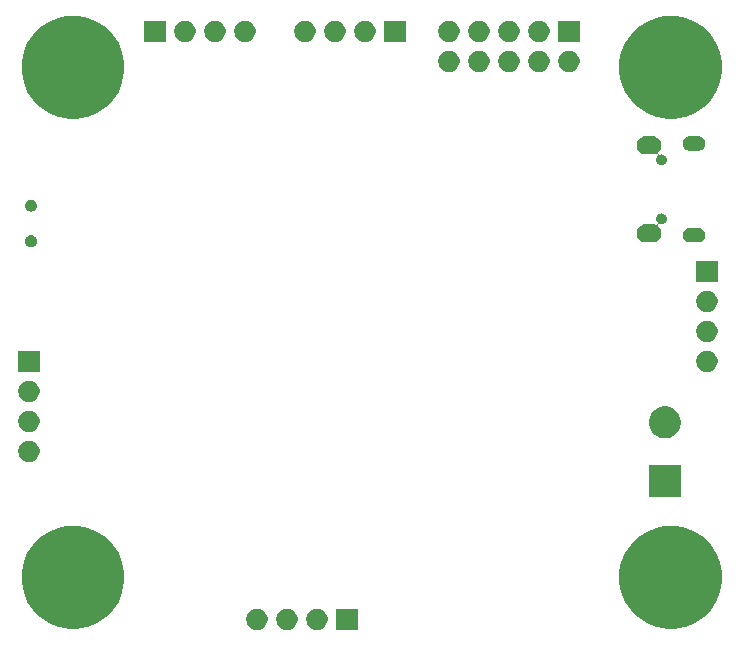
<source format=gbr>
G04 #@! TF.GenerationSoftware,KiCad,Pcbnew,5.1.5+dfsg1-2build2*
G04 #@! TF.CreationDate,2020-10-21T13:18:50+02:00*
G04 #@! TF.ProjectId,test_board,74657374-5f62-46f6-9172-642e6b696361,rev?*
G04 #@! TF.SameCoordinates,Original*
G04 #@! TF.FileFunction,Soldermask,Bot*
G04 #@! TF.FilePolarity,Negative*
%FSLAX46Y46*%
G04 Gerber Fmt 4.6, Leading zero omitted, Abs format (unit mm)*
G04 Created by KiCad (PCBNEW 5.1.5+dfsg1-2build2) date 2020-10-21 13:18:50*
%MOMM*%
%LPD*%
G04 APERTURE LIST*
%ADD10C,0.100000*%
G04 APERTURE END LIST*
D10*
G36*
X49897512Y-133723927D02*
G01*
X50046812Y-133753624D01*
X50210784Y-133821544D01*
X50358354Y-133920147D01*
X50483853Y-134045646D01*
X50582456Y-134193216D01*
X50650376Y-134357188D01*
X50685000Y-134531259D01*
X50685000Y-134708741D01*
X50650376Y-134882812D01*
X50582456Y-135046784D01*
X50483853Y-135194354D01*
X50358354Y-135319853D01*
X50210784Y-135418456D01*
X50046812Y-135486376D01*
X49897512Y-135516073D01*
X49872742Y-135521000D01*
X49695258Y-135521000D01*
X49670488Y-135516073D01*
X49521188Y-135486376D01*
X49357216Y-135418456D01*
X49209646Y-135319853D01*
X49084147Y-135194354D01*
X48985544Y-135046784D01*
X48917624Y-134882812D01*
X48883000Y-134708741D01*
X48883000Y-134531259D01*
X48917624Y-134357188D01*
X48985544Y-134193216D01*
X49084147Y-134045646D01*
X49209646Y-133920147D01*
X49357216Y-133821544D01*
X49521188Y-133753624D01*
X49670488Y-133723927D01*
X49695258Y-133719000D01*
X49872742Y-133719000D01*
X49897512Y-133723927D01*
G37*
G36*
X52437512Y-133723927D02*
G01*
X52586812Y-133753624D01*
X52750784Y-133821544D01*
X52898354Y-133920147D01*
X53023853Y-134045646D01*
X53122456Y-134193216D01*
X53190376Y-134357188D01*
X53225000Y-134531259D01*
X53225000Y-134708741D01*
X53190376Y-134882812D01*
X53122456Y-135046784D01*
X53023853Y-135194354D01*
X52898354Y-135319853D01*
X52750784Y-135418456D01*
X52586812Y-135486376D01*
X52437512Y-135516073D01*
X52412742Y-135521000D01*
X52235258Y-135521000D01*
X52210488Y-135516073D01*
X52061188Y-135486376D01*
X51897216Y-135418456D01*
X51749646Y-135319853D01*
X51624147Y-135194354D01*
X51525544Y-135046784D01*
X51457624Y-134882812D01*
X51423000Y-134708741D01*
X51423000Y-134531259D01*
X51457624Y-134357188D01*
X51525544Y-134193216D01*
X51624147Y-134045646D01*
X51749646Y-133920147D01*
X51897216Y-133821544D01*
X52061188Y-133753624D01*
X52210488Y-133723927D01*
X52235258Y-133719000D01*
X52412742Y-133719000D01*
X52437512Y-133723927D01*
G37*
G36*
X55765000Y-135521000D02*
G01*
X53963000Y-135521000D01*
X53963000Y-133719000D01*
X55765000Y-133719000D01*
X55765000Y-135521000D01*
G37*
G36*
X47357512Y-133723927D02*
G01*
X47506812Y-133753624D01*
X47670784Y-133821544D01*
X47818354Y-133920147D01*
X47943853Y-134045646D01*
X48042456Y-134193216D01*
X48110376Y-134357188D01*
X48145000Y-134531259D01*
X48145000Y-134708741D01*
X48110376Y-134882812D01*
X48042456Y-135046784D01*
X47943853Y-135194354D01*
X47818354Y-135319853D01*
X47670784Y-135418456D01*
X47506812Y-135486376D01*
X47357512Y-135516073D01*
X47332742Y-135521000D01*
X47155258Y-135521000D01*
X47130488Y-135516073D01*
X46981188Y-135486376D01*
X46817216Y-135418456D01*
X46669646Y-135319853D01*
X46544147Y-135194354D01*
X46445544Y-135046784D01*
X46377624Y-134882812D01*
X46343000Y-134708741D01*
X46343000Y-134531259D01*
X46377624Y-134357188D01*
X46445544Y-134193216D01*
X46544147Y-134045646D01*
X46669646Y-133920147D01*
X46817216Y-133821544D01*
X46981188Y-133753624D01*
X47130488Y-133723927D01*
X47155258Y-133719000D01*
X47332742Y-133719000D01*
X47357512Y-133723927D01*
G37*
G36*
X82844156Y-126736794D02*
G01*
X83565140Y-126880206D01*
X84356972Y-127208193D01*
X85069601Y-127684357D01*
X85675643Y-128290399D01*
X86151807Y-129003028D01*
X86479794Y-129794860D01*
X86647000Y-130635464D01*
X86647000Y-131492536D01*
X86479794Y-132333140D01*
X86151807Y-133124972D01*
X85675643Y-133837601D01*
X85069601Y-134443643D01*
X84356972Y-134919807D01*
X83565140Y-135247794D01*
X82844156Y-135391206D01*
X82724537Y-135415000D01*
X81867463Y-135415000D01*
X81747844Y-135391206D01*
X81026860Y-135247794D01*
X80235028Y-134919807D01*
X79522399Y-134443643D01*
X78916357Y-133837601D01*
X78440193Y-133124972D01*
X78112206Y-132333140D01*
X77945000Y-131492536D01*
X77945000Y-130635464D01*
X78112206Y-129794860D01*
X78440193Y-129003028D01*
X78916357Y-128290399D01*
X79522399Y-127684357D01*
X80235028Y-127208193D01*
X81026860Y-126880206D01*
X81747844Y-126736794D01*
X81867463Y-126713000D01*
X82724537Y-126713000D01*
X82844156Y-126736794D01*
G37*
G36*
X32221156Y-126736794D02*
G01*
X32942140Y-126880206D01*
X33733972Y-127208193D01*
X34446601Y-127684357D01*
X35052643Y-128290399D01*
X35528807Y-129003028D01*
X35856794Y-129794860D01*
X36024000Y-130635464D01*
X36024000Y-131492536D01*
X35856794Y-132333140D01*
X35528807Y-133124972D01*
X35052643Y-133837601D01*
X34446601Y-134443643D01*
X33733972Y-134919807D01*
X32942140Y-135247794D01*
X32221156Y-135391206D01*
X32101537Y-135415000D01*
X31244463Y-135415000D01*
X31124844Y-135391206D01*
X30403860Y-135247794D01*
X29612028Y-134919807D01*
X28899399Y-134443643D01*
X28293357Y-133837601D01*
X27817193Y-133124972D01*
X27489206Y-132333140D01*
X27322000Y-131492536D01*
X27322000Y-130635464D01*
X27489206Y-129794860D01*
X27817193Y-129003028D01*
X28293357Y-128290399D01*
X28899399Y-127684357D01*
X29612028Y-127208193D01*
X30403860Y-126880206D01*
X31124844Y-126736794D01*
X31244463Y-126713000D01*
X32101537Y-126713000D01*
X32221156Y-126736794D01*
G37*
G36*
X83139000Y-124287000D02*
G01*
X80437000Y-124287000D01*
X80437000Y-121585000D01*
X83139000Y-121585000D01*
X83139000Y-124287000D01*
G37*
G36*
X28053512Y-119499927D02*
G01*
X28202812Y-119529624D01*
X28366784Y-119597544D01*
X28514354Y-119696147D01*
X28639853Y-119821646D01*
X28738456Y-119969216D01*
X28806376Y-120133188D01*
X28841000Y-120307259D01*
X28841000Y-120484741D01*
X28806376Y-120658812D01*
X28738456Y-120822784D01*
X28639853Y-120970354D01*
X28514354Y-121095853D01*
X28366784Y-121194456D01*
X28202812Y-121262376D01*
X28053512Y-121292073D01*
X28028742Y-121297000D01*
X27851258Y-121297000D01*
X27826488Y-121292073D01*
X27677188Y-121262376D01*
X27513216Y-121194456D01*
X27365646Y-121095853D01*
X27240147Y-120970354D01*
X27141544Y-120822784D01*
X27073624Y-120658812D01*
X27039000Y-120484741D01*
X27039000Y-120307259D01*
X27073624Y-120133188D01*
X27141544Y-119969216D01*
X27240147Y-119821646D01*
X27365646Y-119696147D01*
X27513216Y-119597544D01*
X27677188Y-119529624D01*
X27826488Y-119499927D01*
X27851258Y-119495000D01*
X28028742Y-119495000D01*
X28053512Y-119499927D01*
G37*
G36*
X82182072Y-116636918D02*
G01*
X82427939Y-116738759D01*
X82539328Y-116813187D01*
X82649211Y-116886609D01*
X82837391Y-117074789D01*
X82985242Y-117296063D01*
X83087082Y-117541928D01*
X83139000Y-117802937D01*
X83139000Y-118069063D01*
X83087082Y-118330072D01*
X83045545Y-118430353D01*
X82985241Y-118575939D01*
X82837390Y-118797212D01*
X82649212Y-118985390D01*
X82427939Y-119133241D01*
X82427938Y-119133242D01*
X82427937Y-119133242D01*
X82182072Y-119235082D01*
X81921063Y-119287000D01*
X81654937Y-119287000D01*
X81393928Y-119235082D01*
X81148063Y-119133242D01*
X81148062Y-119133242D01*
X81148061Y-119133241D01*
X80926788Y-118985390D01*
X80738610Y-118797212D01*
X80590759Y-118575939D01*
X80530456Y-118430353D01*
X80488918Y-118330072D01*
X80437000Y-118069063D01*
X80437000Y-117802937D01*
X80488918Y-117541928D01*
X80590758Y-117296063D01*
X80738609Y-117074789D01*
X80926789Y-116886609D01*
X81036672Y-116813187D01*
X81148061Y-116738759D01*
X81393928Y-116636918D01*
X81654937Y-116585000D01*
X81921063Y-116585000D01*
X82182072Y-116636918D01*
G37*
G36*
X28053512Y-116959927D02*
G01*
X28202812Y-116989624D01*
X28366784Y-117057544D01*
X28514354Y-117156147D01*
X28639853Y-117281646D01*
X28738456Y-117429216D01*
X28806376Y-117593188D01*
X28841000Y-117767259D01*
X28841000Y-117944741D01*
X28806376Y-118118812D01*
X28738456Y-118282784D01*
X28639853Y-118430354D01*
X28514354Y-118555853D01*
X28366784Y-118654456D01*
X28202812Y-118722376D01*
X28053512Y-118752073D01*
X28028742Y-118757000D01*
X27851258Y-118757000D01*
X27826488Y-118752073D01*
X27677188Y-118722376D01*
X27513216Y-118654456D01*
X27365646Y-118555853D01*
X27240147Y-118430354D01*
X27141544Y-118282784D01*
X27073624Y-118118812D01*
X27039000Y-117944741D01*
X27039000Y-117767259D01*
X27073624Y-117593188D01*
X27141544Y-117429216D01*
X27240147Y-117281646D01*
X27365646Y-117156147D01*
X27513216Y-117057544D01*
X27677188Y-116989624D01*
X27826488Y-116959927D01*
X27851258Y-116955000D01*
X28028742Y-116955000D01*
X28053512Y-116959927D01*
G37*
G36*
X28053512Y-114419927D02*
G01*
X28202812Y-114449624D01*
X28366784Y-114517544D01*
X28514354Y-114616147D01*
X28639853Y-114741646D01*
X28738456Y-114889216D01*
X28806376Y-115053188D01*
X28841000Y-115227259D01*
X28841000Y-115404741D01*
X28806376Y-115578812D01*
X28738456Y-115742784D01*
X28639853Y-115890354D01*
X28514354Y-116015853D01*
X28366784Y-116114456D01*
X28202812Y-116182376D01*
X28053512Y-116212073D01*
X28028742Y-116217000D01*
X27851258Y-116217000D01*
X27826488Y-116212073D01*
X27677188Y-116182376D01*
X27513216Y-116114456D01*
X27365646Y-116015853D01*
X27240147Y-115890354D01*
X27141544Y-115742784D01*
X27073624Y-115578812D01*
X27039000Y-115404741D01*
X27039000Y-115227259D01*
X27073624Y-115053188D01*
X27141544Y-114889216D01*
X27240147Y-114741646D01*
X27365646Y-114616147D01*
X27513216Y-114517544D01*
X27677188Y-114449624D01*
X27826488Y-114419927D01*
X27851258Y-114415000D01*
X28028742Y-114415000D01*
X28053512Y-114419927D01*
G37*
G36*
X28841000Y-113677000D02*
G01*
X27039000Y-113677000D01*
X27039000Y-111875000D01*
X28841000Y-111875000D01*
X28841000Y-113677000D01*
G37*
G36*
X85457512Y-111879927D02*
G01*
X85606812Y-111909624D01*
X85770784Y-111977544D01*
X85918354Y-112076147D01*
X86043853Y-112201646D01*
X86142456Y-112349216D01*
X86210376Y-112513188D01*
X86245000Y-112687259D01*
X86245000Y-112864741D01*
X86210376Y-113038812D01*
X86142456Y-113202784D01*
X86043853Y-113350354D01*
X85918354Y-113475853D01*
X85770784Y-113574456D01*
X85606812Y-113642376D01*
X85457512Y-113672073D01*
X85432742Y-113677000D01*
X85255258Y-113677000D01*
X85230488Y-113672073D01*
X85081188Y-113642376D01*
X84917216Y-113574456D01*
X84769646Y-113475853D01*
X84644147Y-113350354D01*
X84545544Y-113202784D01*
X84477624Y-113038812D01*
X84443000Y-112864741D01*
X84443000Y-112687259D01*
X84477624Y-112513188D01*
X84545544Y-112349216D01*
X84644147Y-112201646D01*
X84769646Y-112076147D01*
X84917216Y-111977544D01*
X85081188Y-111909624D01*
X85230488Y-111879927D01*
X85255258Y-111875000D01*
X85432742Y-111875000D01*
X85457512Y-111879927D01*
G37*
G36*
X85457512Y-109339927D02*
G01*
X85606812Y-109369624D01*
X85770784Y-109437544D01*
X85918354Y-109536147D01*
X86043853Y-109661646D01*
X86142456Y-109809216D01*
X86210376Y-109973188D01*
X86245000Y-110147259D01*
X86245000Y-110324741D01*
X86210376Y-110498812D01*
X86142456Y-110662784D01*
X86043853Y-110810354D01*
X85918354Y-110935853D01*
X85770784Y-111034456D01*
X85606812Y-111102376D01*
X85457512Y-111132073D01*
X85432742Y-111137000D01*
X85255258Y-111137000D01*
X85230488Y-111132073D01*
X85081188Y-111102376D01*
X84917216Y-111034456D01*
X84769646Y-110935853D01*
X84644147Y-110810354D01*
X84545544Y-110662784D01*
X84477624Y-110498812D01*
X84443000Y-110324741D01*
X84443000Y-110147259D01*
X84477624Y-109973188D01*
X84545544Y-109809216D01*
X84644147Y-109661646D01*
X84769646Y-109536147D01*
X84917216Y-109437544D01*
X85081188Y-109369624D01*
X85230488Y-109339927D01*
X85255258Y-109335000D01*
X85432742Y-109335000D01*
X85457512Y-109339927D01*
G37*
G36*
X85457512Y-106799927D02*
G01*
X85606812Y-106829624D01*
X85770784Y-106897544D01*
X85918354Y-106996147D01*
X86043853Y-107121646D01*
X86142456Y-107269216D01*
X86210376Y-107433188D01*
X86245000Y-107607259D01*
X86245000Y-107784741D01*
X86210376Y-107958812D01*
X86142456Y-108122784D01*
X86043853Y-108270354D01*
X85918354Y-108395853D01*
X85770784Y-108494456D01*
X85606812Y-108562376D01*
X85457512Y-108592073D01*
X85432742Y-108597000D01*
X85255258Y-108597000D01*
X85230488Y-108592073D01*
X85081188Y-108562376D01*
X84917216Y-108494456D01*
X84769646Y-108395853D01*
X84644147Y-108270354D01*
X84545544Y-108122784D01*
X84477624Y-107958812D01*
X84443000Y-107784741D01*
X84443000Y-107607259D01*
X84477624Y-107433188D01*
X84545544Y-107269216D01*
X84644147Y-107121646D01*
X84769646Y-106996147D01*
X84917216Y-106897544D01*
X85081188Y-106829624D01*
X85230488Y-106799927D01*
X85255258Y-106795000D01*
X85432742Y-106795000D01*
X85457512Y-106799927D01*
G37*
G36*
X86245000Y-106057000D02*
G01*
X84443000Y-106057000D01*
X84443000Y-104255000D01*
X86245000Y-104255000D01*
X86245000Y-106057000D01*
G37*
G36*
X28215740Y-102100626D02*
G01*
X28264136Y-102110253D01*
X28301902Y-102125896D01*
X28355311Y-102148019D01*
X28355312Y-102148020D01*
X28437369Y-102202848D01*
X28507152Y-102272631D01*
X28507153Y-102272633D01*
X28561981Y-102354689D01*
X28584104Y-102408098D01*
X28589394Y-102420869D01*
X28599747Y-102445865D01*
X28619000Y-102542655D01*
X28619000Y-102641345D01*
X28599747Y-102738135D01*
X28561981Y-102829311D01*
X28561980Y-102829312D01*
X28507152Y-102911369D01*
X28437369Y-102981152D01*
X28396062Y-103008752D01*
X28355311Y-103035981D01*
X28301902Y-103058104D01*
X28264136Y-103073747D01*
X28215740Y-103083373D01*
X28167345Y-103093000D01*
X28068655Y-103093000D01*
X28020260Y-103083373D01*
X27971864Y-103073747D01*
X27934098Y-103058104D01*
X27880689Y-103035981D01*
X27839938Y-103008752D01*
X27798631Y-102981152D01*
X27728848Y-102911369D01*
X27674020Y-102829312D01*
X27674019Y-102829311D01*
X27636253Y-102738135D01*
X27617000Y-102641345D01*
X27617000Y-102542655D01*
X27636253Y-102445865D01*
X27646607Y-102420869D01*
X27651896Y-102408098D01*
X27674019Y-102354689D01*
X27728847Y-102272633D01*
X27728848Y-102272631D01*
X27798631Y-102202848D01*
X27880688Y-102148020D01*
X27880689Y-102148019D01*
X27934098Y-102125896D01*
X27971864Y-102110253D01*
X28020260Y-102100627D01*
X28068655Y-102091000D01*
X28167345Y-102091000D01*
X28215740Y-102100626D01*
G37*
G36*
X84693715Y-101454458D02*
G01*
X84789753Y-101483591D01*
X84804935Y-101488196D01*
X84811722Y-101490255D01*
X84920468Y-101548381D01*
X85015790Y-101626610D01*
X85094019Y-101721932D01*
X85152145Y-101830678D01*
X85187942Y-101948685D01*
X85200028Y-102071400D01*
X85187942Y-102194115D01*
X85152145Y-102312122D01*
X85094019Y-102420868D01*
X85015790Y-102516190D01*
X84920468Y-102594419D01*
X84811722Y-102652545D01*
X84693715Y-102688342D01*
X84601746Y-102697400D01*
X83890254Y-102697400D01*
X83798285Y-102688342D01*
X83680278Y-102652545D01*
X83571532Y-102594419D01*
X83476210Y-102516190D01*
X83397981Y-102420868D01*
X83339855Y-102312122D01*
X83304058Y-102194115D01*
X83291972Y-102071400D01*
X83304058Y-101948685D01*
X83339855Y-101830678D01*
X83397981Y-101721932D01*
X83476210Y-101626610D01*
X83571532Y-101548381D01*
X83680278Y-101490255D01*
X83687066Y-101488196D01*
X83702247Y-101483591D01*
X83798285Y-101454458D01*
X83890254Y-101445400D01*
X84601746Y-101445400D01*
X84693715Y-101454458D01*
G37*
G36*
X81627552Y-100262731D02*
G01*
X81709627Y-100296728D01*
X81709629Y-100296729D01*
X81746813Y-100321575D01*
X81783495Y-100346085D01*
X81846315Y-100408905D01*
X81895672Y-100482773D01*
X81929669Y-100564848D01*
X81947000Y-100651979D01*
X81947000Y-100740821D01*
X81929669Y-100827952D01*
X81895672Y-100910027D01*
X81895671Y-100910029D01*
X81846314Y-100983896D01*
X81783496Y-101046714D01*
X81709629Y-101096071D01*
X81709628Y-101096072D01*
X81709627Y-101096072D01*
X81627552Y-101130069D01*
X81540421Y-101147400D01*
X81451579Y-101147400D01*
X81362054Y-101129593D01*
X81343257Y-101123890D01*
X81318871Y-101121488D01*
X81294485Y-101123889D01*
X81271036Y-101131002D01*
X81249425Y-101142553D01*
X81230483Y-101158098D01*
X81214937Y-101177039D01*
X81203386Y-101198650D01*
X81196272Y-101222099D01*
X81193870Y-101246485D01*
X81196271Y-101270871D01*
X81203384Y-101294320D01*
X81214935Y-101315931D01*
X81230480Y-101334873D01*
X81239570Y-101343112D01*
X81272367Y-101370028D01*
X81369345Y-101488196D01*
X81441398Y-101622998D01*
X81485772Y-101769279D01*
X81500754Y-101921400D01*
X81485772Y-102073521D01*
X81441398Y-102219802D01*
X81369345Y-102354604D01*
X81369343Y-102354607D01*
X81369342Y-102354608D01*
X81294449Y-102445865D01*
X81272369Y-102472769D01*
X81154204Y-102569745D01*
X81019402Y-102641798D01*
X80873121Y-102686172D01*
X80759118Y-102697400D01*
X80132882Y-102697400D01*
X80018879Y-102686172D01*
X79872598Y-102641798D01*
X79737796Y-102569745D01*
X79619631Y-102472769D01*
X79597551Y-102445865D01*
X79522658Y-102354608D01*
X79522657Y-102354607D01*
X79522655Y-102354604D01*
X79450602Y-102219802D01*
X79406228Y-102073521D01*
X79391246Y-101921400D01*
X79406228Y-101769279D01*
X79450602Y-101622998D01*
X79522655Y-101488196D01*
X79619631Y-101370031D01*
X79685552Y-101315931D01*
X79737792Y-101273058D01*
X79737793Y-101273057D01*
X79737796Y-101273055D01*
X79872598Y-101201002D01*
X80018879Y-101156628D01*
X80132882Y-101145400D01*
X80759118Y-101145400D01*
X80873121Y-101156628D01*
X81025336Y-101202802D01*
X81036561Y-101207452D01*
X81060595Y-101212233D01*
X81085099Y-101212233D01*
X81109132Y-101207454D01*
X81131771Y-101198077D01*
X81152146Y-101184464D01*
X81169473Y-101167137D01*
X81183088Y-101146763D01*
X81192466Y-101124125D01*
X81197247Y-101100091D01*
X81197247Y-101075587D01*
X81192468Y-101051554D01*
X81183091Y-101028915D01*
X81169478Y-101008540D01*
X81161238Y-100999448D01*
X81145685Y-100983895D01*
X81096328Y-100910027D01*
X81062331Y-100827952D01*
X81045000Y-100740821D01*
X81045000Y-100651979D01*
X81062331Y-100564848D01*
X81096328Y-100482773D01*
X81145685Y-100408905D01*
X81208505Y-100346085D01*
X81245187Y-100321575D01*
X81282371Y-100296729D01*
X81282373Y-100296728D01*
X81364448Y-100262731D01*
X81451579Y-100245400D01*
X81540421Y-100245400D01*
X81627552Y-100262731D01*
G37*
G36*
X28215740Y-99100627D02*
G01*
X28264136Y-99110253D01*
X28301902Y-99125896D01*
X28355311Y-99148019D01*
X28355312Y-99148020D01*
X28437369Y-99202848D01*
X28507152Y-99272631D01*
X28507153Y-99272633D01*
X28561981Y-99354689D01*
X28599747Y-99445865D01*
X28619000Y-99542655D01*
X28619000Y-99641345D01*
X28599747Y-99738135D01*
X28561981Y-99829311D01*
X28561980Y-99829312D01*
X28507152Y-99911369D01*
X28437369Y-99981152D01*
X28396062Y-100008752D01*
X28355311Y-100035981D01*
X28301902Y-100058104D01*
X28264136Y-100073747D01*
X28215740Y-100083374D01*
X28167345Y-100093000D01*
X28068655Y-100093000D01*
X28020260Y-100083374D01*
X27971864Y-100073747D01*
X27934098Y-100058104D01*
X27880689Y-100035981D01*
X27839938Y-100008752D01*
X27798631Y-99981152D01*
X27728848Y-99911369D01*
X27674020Y-99829312D01*
X27674019Y-99829311D01*
X27636253Y-99738135D01*
X27617000Y-99641345D01*
X27617000Y-99542655D01*
X27636253Y-99445865D01*
X27674019Y-99354689D01*
X27728847Y-99272633D01*
X27728848Y-99272631D01*
X27798631Y-99202848D01*
X27880688Y-99148020D01*
X27880689Y-99148019D01*
X27934098Y-99125896D01*
X27971864Y-99110253D01*
X28020260Y-99100627D01*
X28068655Y-99091000D01*
X28167345Y-99091000D01*
X28215740Y-99100627D01*
G37*
G36*
X80873121Y-93706628D02*
G01*
X81019402Y-93751002D01*
X81154204Y-93823055D01*
X81154207Y-93823057D01*
X81154208Y-93823058D01*
X81272369Y-93920031D01*
X81314963Y-93971931D01*
X81369345Y-94038196D01*
X81441398Y-94172998D01*
X81485772Y-94319279D01*
X81500754Y-94471400D01*
X81485772Y-94623521D01*
X81441398Y-94769802D01*
X81369345Y-94904604D01*
X81272367Y-95022772D01*
X81239570Y-95049688D01*
X81222243Y-95067015D01*
X81208630Y-95087389D01*
X81199252Y-95110028D01*
X81194472Y-95134061D01*
X81194472Y-95158565D01*
X81199252Y-95182599D01*
X81208630Y-95205237D01*
X81222244Y-95225612D01*
X81239571Y-95242939D01*
X81259945Y-95256552D01*
X81282584Y-95265930D01*
X81306617Y-95270710D01*
X81331121Y-95270710D01*
X81355155Y-95265930D01*
X81363649Y-95262890D01*
X81451579Y-95245400D01*
X81540421Y-95245400D01*
X81627552Y-95262731D01*
X81709627Y-95296728D01*
X81709629Y-95296729D01*
X81721953Y-95304964D01*
X81783495Y-95346085D01*
X81846315Y-95408905D01*
X81895672Y-95482773D01*
X81929669Y-95564848D01*
X81947000Y-95651979D01*
X81947000Y-95740821D01*
X81929669Y-95827952D01*
X81895672Y-95910027D01*
X81895671Y-95910029D01*
X81846314Y-95983896D01*
X81783496Y-96046714D01*
X81709629Y-96096071D01*
X81709628Y-96096072D01*
X81709627Y-96096072D01*
X81627552Y-96130069D01*
X81540421Y-96147400D01*
X81451579Y-96147400D01*
X81364448Y-96130069D01*
X81282373Y-96096072D01*
X81282372Y-96096072D01*
X81282371Y-96096071D01*
X81208504Y-96046714D01*
X81145686Y-95983896D01*
X81096329Y-95910029D01*
X81096328Y-95910027D01*
X81062331Y-95827952D01*
X81045000Y-95740821D01*
X81045000Y-95651979D01*
X81062331Y-95564848D01*
X81096328Y-95482773D01*
X81145685Y-95408905D01*
X81161238Y-95393352D01*
X81176783Y-95374410D01*
X81188334Y-95352799D01*
X81195447Y-95329350D01*
X81197849Y-95304964D01*
X81195447Y-95280578D01*
X81188334Y-95257129D01*
X81176783Y-95235518D01*
X81161238Y-95216576D01*
X81142296Y-95201031D01*
X81120685Y-95189480D01*
X81097236Y-95182367D01*
X81072850Y-95179965D01*
X81048464Y-95182367D01*
X81025015Y-95189480D01*
X81021386Y-95191196D01*
X81019400Y-95191798D01*
X81019399Y-95191799D01*
X80988965Y-95201031D01*
X80873121Y-95236172D01*
X80759118Y-95247400D01*
X80132882Y-95247400D01*
X80018879Y-95236172D01*
X79872598Y-95191798D01*
X79737796Y-95119745D01*
X79673545Y-95067015D01*
X79619631Y-95022769D01*
X79522658Y-94904608D01*
X79522657Y-94904607D01*
X79522655Y-94904604D01*
X79450602Y-94769802D01*
X79406228Y-94623521D01*
X79391246Y-94471400D01*
X79406228Y-94319279D01*
X79450602Y-94172998D01*
X79522655Y-94038196D01*
X79577038Y-93971931D01*
X79619631Y-93920031D01*
X79737792Y-93823058D01*
X79737793Y-93823057D01*
X79737796Y-93823055D01*
X79872598Y-93751002D01*
X80018879Y-93706628D01*
X80132882Y-93695400D01*
X80759118Y-93695400D01*
X80873121Y-93706628D01*
G37*
G36*
X84693715Y-93704458D02*
G01*
X84811722Y-93740255D01*
X84920468Y-93798381D01*
X85015790Y-93876610D01*
X85094019Y-93971932D01*
X85152145Y-94080678D01*
X85187942Y-94198685D01*
X85200028Y-94321400D01*
X85187942Y-94444115D01*
X85152145Y-94562122D01*
X85094019Y-94670868D01*
X85015790Y-94766190D01*
X84920468Y-94844419D01*
X84811722Y-94902545D01*
X84811719Y-94902546D01*
X84804921Y-94904608D01*
X84693715Y-94938342D01*
X84601746Y-94947400D01*
X83890254Y-94947400D01*
X83798285Y-94938342D01*
X83687079Y-94904608D01*
X83680281Y-94902546D01*
X83680278Y-94902545D01*
X83571532Y-94844419D01*
X83476210Y-94766190D01*
X83397981Y-94670868D01*
X83339855Y-94562122D01*
X83304058Y-94444115D01*
X83291972Y-94321400D01*
X83304058Y-94198685D01*
X83339855Y-94080678D01*
X83397981Y-93971932D01*
X83476210Y-93876610D01*
X83571532Y-93798381D01*
X83680278Y-93740255D01*
X83798285Y-93704458D01*
X83890254Y-93695400D01*
X84601746Y-93695400D01*
X84693715Y-93704458D01*
G37*
G36*
X32221156Y-83556794D02*
G01*
X32942140Y-83700206D01*
X33733972Y-84028193D01*
X34446601Y-84504357D01*
X35052643Y-85110399D01*
X35528807Y-85823028D01*
X35856794Y-86614860D01*
X36024000Y-87455464D01*
X36024000Y-88312536D01*
X35856794Y-89153140D01*
X35528807Y-89944972D01*
X35052643Y-90657601D01*
X34446601Y-91263643D01*
X33733972Y-91739807D01*
X32942140Y-92067794D01*
X32221156Y-92211206D01*
X32101537Y-92235000D01*
X31244463Y-92235000D01*
X31124844Y-92211206D01*
X30403860Y-92067794D01*
X29612028Y-91739807D01*
X28899399Y-91263643D01*
X28293357Y-90657601D01*
X27817193Y-89944972D01*
X27489206Y-89153140D01*
X27322000Y-88312536D01*
X27322000Y-87455464D01*
X27489206Y-86614860D01*
X27817193Y-85823028D01*
X28293357Y-85110399D01*
X28899399Y-84504357D01*
X29612028Y-84028193D01*
X30403860Y-83700206D01*
X31124844Y-83556794D01*
X31244463Y-83533000D01*
X32101537Y-83533000D01*
X32221156Y-83556794D01*
G37*
G36*
X82844156Y-83556794D02*
G01*
X83565140Y-83700206D01*
X84356972Y-84028193D01*
X85069601Y-84504357D01*
X85675643Y-85110399D01*
X86151807Y-85823028D01*
X86479794Y-86614860D01*
X86647000Y-87455464D01*
X86647000Y-88312536D01*
X86479794Y-89153140D01*
X86151807Y-89944972D01*
X85675643Y-90657601D01*
X85069601Y-91263643D01*
X84356972Y-91739807D01*
X83565140Y-92067794D01*
X82844156Y-92211206D01*
X82724537Y-92235000D01*
X81867463Y-92235000D01*
X81747844Y-92211206D01*
X81026860Y-92067794D01*
X80235028Y-91739807D01*
X79522399Y-91263643D01*
X78916357Y-90657601D01*
X78440193Y-89944972D01*
X78112206Y-89153140D01*
X77945000Y-88312536D01*
X77945000Y-87455464D01*
X78112206Y-86614860D01*
X78440193Y-85823028D01*
X78916357Y-85110399D01*
X79522399Y-84504357D01*
X80235028Y-84028193D01*
X81026860Y-83700206D01*
X81747844Y-83556794D01*
X81867463Y-83533000D01*
X82724537Y-83533000D01*
X82844156Y-83556794D01*
G37*
G36*
X73773512Y-86479927D02*
G01*
X73922812Y-86509624D01*
X74086784Y-86577544D01*
X74234354Y-86676147D01*
X74359853Y-86801646D01*
X74458456Y-86949216D01*
X74526376Y-87113188D01*
X74561000Y-87287259D01*
X74561000Y-87464741D01*
X74526376Y-87638812D01*
X74458456Y-87802784D01*
X74359853Y-87950354D01*
X74234354Y-88075853D01*
X74086784Y-88174456D01*
X73922812Y-88242376D01*
X73773512Y-88272073D01*
X73748742Y-88277000D01*
X73571258Y-88277000D01*
X73546488Y-88272073D01*
X73397188Y-88242376D01*
X73233216Y-88174456D01*
X73085646Y-88075853D01*
X72960147Y-87950354D01*
X72861544Y-87802784D01*
X72793624Y-87638812D01*
X72759000Y-87464741D01*
X72759000Y-87287259D01*
X72793624Y-87113188D01*
X72861544Y-86949216D01*
X72960147Y-86801646D01*
X73085646Y-86676147D01*
X73233216Y-86577544D01*
X73397188Y-86509624D01*
X73546488Y-86479927D01*
X73571258Y-86475000D01*
X73748742Y-86475000D01*
X73773512Y-86479927D01*
G37*
G36*
X66153512Y-86479927D02*
G01*
X66302812Y-86509624D01*
X66466784Y-86577544D01*
X66614354Y-86676147D01*
X66739853Y-86801646D01*
X66838456Y-86949216D01*
X66906376Y-87113188D01*
X66941000Y-87287259D01*
X66941000Y-87464741D01*
X66906376Y-87638812D01*
X66838456Y-87802784D01*
X66739853Y-87950354D01*
X66614354Y-88075853D01*
X66466784Y-88174456D01*
X66302812Y-88242376D01*
X66153512Y-88272073D01*
X66128742Y-88277000D01*
X65951258Y-88277000D01*
X65926488Y-88272073D01*
X65777188Y-88242376D01*
X65613216Y-88174456D01*
X65465646Y-88075853D01*
X65340147Y-87950354D01*
X65241544Y-87802784D01*
X65173624Y-87638812D01*
X65139000Y-87464741D01*
X65139000Y-87287259D01*
X65173624Y-87113188D01*
X65241544Y-86949216D01*
X65340147Y-86801646D01*
X65465646Y-86676147D01*
X65613216Y-86577544D01*
X65777188Y-86509624D01*
X65926488Y-86479927D01*
X65951258Y-86475000D01*
X66128742Y-86475000D01*
X66153512Y-86479927D01*
G37*
G36*
X68693512Y-86479927D02*
G01*
X68842812Y-86509624D01*
X69006784Y-86577544D01*
X69154354Y-86676147D01*
X69279853Y-86801646D01*
X69378456Y-86949216D01*
X69446376Y-87113188D01*
X69481000Y-87287259D01*
X69481000Y-87464741D01*
X69446376Y-87638812D01*
X69378456Y-87802784D01*
X69279853Y-87950354D01*
X69154354Y-88075853D01*
X69006784Y-88174456D01*
X68842812Y-88242376D01*
X68693512Y-88272073D01*
X68668742Y-88277000D01*
X68491258Y-88277000D01*
X68466488Y-88272073D01*
X68317188Y-88242376D01*
X68153216Y-88174456D01*
X68005646Y-88075853D01*
X67880147Y-87950354D01*
X67781544Y-87802784D01*
X67713624Y-87638812D01*
X67679000Y-87464741D01*
X67679000Y-87287259D01*
X67713624Y-87113188D01*
X67781544Y-86949216D01*
X67880147Y-86801646D01*
X68005646Y-86676147D01*
X68153216Y-86577544D01*
X68317188Y-86509624D01*
X68466488Y-86479927D01*
X68491258Y-86475000D01*
X68668742Y-86475000D01*
X68693512Y-86479927D01*
G37*
G36*
X71233512Y-86479927D02*
G01*
X71382812Y-86509624D01*
X71546784Y-86577544D01*
X71694354Y-86676147D01*
X71819853Y-86801646D01*
X71918456Y-86949216D01*
X71986376Y-87113188D01*
X72021000Y-87287259D01*
X72021000Y-87464741D01*
X71986376Y-87638812D01*
X71918456Y-87802784D01*
X71819853Y-87950354D01*
X71694354Y-88075853D01*
X71546784Y-88174456D01*
X71382812Y-88242376D01*
X71233512Y-88272073D01*
X71208742Y-88277000D01*
X71031258Y-88277000D01*
X71006488Y-88272073D01*
X70857188Y-88242376D01*
X70693216Y-88174456D01*
X70545646Y-88075853D01*
X70420147Y-87950354D01*
X70321544Y-87802784D01*
X70253624Y-87638812D01*
X70219000Y-87464741D01*
X70219000Y-87287259D01*
X70253624Y-87113188D01*
X70321544Y-86949216D01*
X70420147Y-86801646D01*
X70545646Y-86676147D01*
X70693216Y-86577544D01*
X70857188Y-86509624D01*
X71006488Y-86479927D01*
X71031258Y-86475000D01*
X71208742Y-86475000D01*
X71233512Y-86479927D01*
G37*
G36*
X63613512Y-86479927D02*
G01*
X63762812Y-86509624D01*
X63926784Y-86577544D01*
X64074354Y-86676147D01*
X64199853Y-86801646D01*
X64298456Y-86949216D01*
X64366376Y-87113188D01*
X64401000Y-87287259D01*
X64401000Y-87464741D01*
X64366376Y-87638812D01*
X64298456Y-87802784D01*
X64199853Y-87950354D01*
X64074354Y-88075853D01*
X63926784Y-88174456D01*
X63762812Y-88242376D01*
X63613512Y-88272073D01*
X63588742Y-88277000D01*
X63411258Y-88277000D01*
X63386488Y-88272073D01*
X63237188Y-88242376D01*
X63073216Y-88174456D01*
X62925646Y-88075853D01*
X62800147Y-87950354D01*
X62701544Y-87802784D01*
X62633624Y-87638812D01*
X62599000Y-87464741D01*
X62599000Y-87287259D01*
X62633624Y-87113188D01*
X62701544Y-86949216D01*
X62800147Y-86801646D01*
X62925646Y-86676147D01*
X63073216Y-86577544D01*
X63237188Y-86509624D01*
X63386488Y-86479927D01*
X63411258Y-86475000D01*
X63588742Y-86475000D01*
X63613512Y-86479927D01*
G37*
G36*
X53961512Y-83939927D02*
G01*
X54110812Y-83969624D01*
X54274784Y-84037544D01*
X54422354Y-84136147D01*
X54547853Y-84261646D01*
X54646456Y-84409216D01*
X54714376Y-84573188D01*
X54749000Y-84747259D01*
X54749000Y-84924741D01*
X54714376Y-85098812D01*
X54646456Y-85262784D01*
X54547853Y-85410354D01*
X54422354Y-85535853D01*
X54274784Y-85634456D01*
X54110812Y-85702376D01*
X53961512Y-85732073D01*
X53936742Y-85737000D01*
X53759258Y-85737000D01*
X53734488Y-85732073D01*
X53585188Y-85702376D01*
X53421216Y-85634456D01*
X53273646Y-85535853D01*
X53148147Y-85410354D01*
X53049544Y-85262784D01*
X52981624Y-85098812D01*
X52947000Y-84924741D01*
X52947000Y-84747259D01*
X52981624Y-84573188D01*
X53049544Y-84409216D01*
X53148147Y-84261646D01*
X53273646Y-84136147D01*
X53421216Y-84037544D01*
X53585188Y-83969624D01*
X53734488Y-83939927D01*
X53759258Y-83935000D01*
X53936742Y-83935000D01*
X53961512Y-83939927D01*
G37*
G36*
X56501512Y-83939927D02*
G01*
X56650812Y-83969624D01*
X56814784Y-84037544D01*
X56962354Y-84136147D01*
X57087853Y-84261646D01*
X57186456Y-84409216D01*
X57254376Y-84573188D01*
X57289000Y-84747259D01*
X57289000Y-84924741D01*
X57254376Y-85098812D01*
X57186456Y-85262784D01*
X57087853Y-85410354D01*
X56962354Y-85535853D01*
X56814784Y-85634456D01*
X56650812Y-85702376D01*
X56501512Y-85732073D01*
X56476742Y-85737000D01*
X56299258Y-85737000D01*
X56274488Y-85732073D01*
X56125188Y-85702376D01*
X55961216Y-85634456D01*
X55813646Y-85535853D01*
X55688147Y-85410354D01*
X55589544Y-85262784D01*
X55521624Y-85098812D01*
X55487000Y-84924741D01*
X55487000Y-84747259D01*
X55521624Y-84573188D01*
X55589544Y-84409216D01*
X55688147Y-84261646D01*
X55813646Y-84136147D01*
X55961216Y-84037544D01*
X56125188Y-83969624D01*
X56274488Y-83939927D01*
X56299258Y-83935000D01*
X56476742Y-83935000D01*
X56501512Y-83939927D01*
G37*
G36*
X59829000Y-85737000D02*
G01*
X58027000Y-85737000D01*
X58027000Y-83935000D01*
X59829000Y-83935000D01*
X59829000Y-85737000D01*
G37*
G36*
X51421512Y-83939927D02*
G01*
X51570812Y-83969624D01*
X51734784Y-84037544D01*
X51882354Y-84136147D01*
X52007853Y-84261646D01*
X52106456Y-84409216D01*
X52174376Y-84573188D01*
X52209000Y-84747259D01*
X52209000Y-84924741D01*
X52174376Y-85098812D01*
X52106456Y-85262784D01*
X52007853Y-85410354D01*
X51882354Y-85535853D01*
X51734784Y-85634456D01*
X51570812Y-85702376D01*
X51421512Y-85732073D01*
X51396742Y-85737000D01*
X51219258Y-85737000D01*
X51194488Y-85732073D01*
X51045188Y-85702376D01*
X50881216Y-85634456D01*
X50733646Y-85535853D01*
X50608147Y-85410354D01*
X50509544Y-85262784D01*
X50441624Y-85098812D01*
X50407000Y-84924741D01*
X50407000Y-84747259D01*
X50441624Y-84573188D01*
X50509544Y-84409216D01*
X50608147Y-84261646D01*
X50733646Y-84136147D01*
X50881216Y-84037544D01*
X51045188Y-83969624D01*
X51194488Y-83939927D01*
X51219258Y-83935000D01*
X51396742Y-83935000D01*
X51421512Y-83939927D01*
G37*
G36*
X46341512Y-83939927D02*
G01*
X46490812Y-83969624D01*
X46654784Y-84037544D01*
X46802354Y-84136147D01*
X46927853Y-84261646D01*
X47026456Y-84409216D01*
X47094376Y-84573188D01*
X47129000Y-84747259D01*
X47129000Y-84924741D01*
X47094376Y-85098812D01*
X47026456Y-85262784D01*
X46927853Y-85410354D01*
X46802354Y-85535853D01*
X46654784Y-85634456D01*
X46490812Y-85702376D01*
X46341512Y-85732073D01*
X46316742Y-85737000D01*
X46139258Y-85737000D01*
X46114488Y-85732073D01*
X45965188Y-85702376D01*
X45801216Y-85634456D01*
X45653646Y-85535853D01*
X45528147Y-85410354D01*
X45429544Y-85262784D01*
X45361624Y-85098812D01*
X45327000Y-84924741D01*
X45327000Y-84747259D01*
X45361624Y-84573188D01*
X45429544Y-84409216D01*
X45528147Y-84261646D01*
X45653646Y-84136147D01*
X45801216Y-84037544D01*
X45965188Y-83969624D01*
X46114488Y-83939927D01*
X46139258Y-83935000D01*
X46316742Y-83935000D01*
X46341512Y-83939927D01*
G37*
G36*
X43801512Y-83939927D02*
G01*
X43950812Y-83969624D01*
X44114784Y-84037544D01*
X44262354Y-84136147D01*
X44387853Y-84261646D01*
X44486456Y-84409216D01*
X44554376Y-84573188D01*
X44589000Y-84747259D01*
X44589000Y-84924741D01*
X44554376Y-85098812D01*
X44486456Y-85262784D01*
X44387853Y-85410354D01*
X44262354Y-85535853D01*
X44114784Y-85634456D01*
X43950812Y-85702376D01*
X43801512Y-85732073D01*
X43776742Y-85737000D01*
X43599258Y-85737000D01*
X43574488Y-85732073D01*
X43425188Y-85702376D01*
X43261216Y-85634456D01*
X43113646Y-85535853D01*
X42988147Y-85410354D01*
X42889544Y-85262784D01*
X42821624Y-85098812D01*
X42787000Y-84924741D01*
X42787000Y-84747259D01*
X42821624Y-84573188D01*
X42889544Y-84409216D01*
X42988147Y-84261646D01*
X43113646Y-84136147D01*
X43261216Y-84037544D01*
X43425188Y-83969624D01*
X43574488Y-83939927D01*
X43599258Y-83935000D01*
X43776742Y-83935000D01*
X43801512Y-83939927D01*
G37*
G36*
X41261512Y-83939927D02*
G01*
X41410812Y-83969624D01*
X41574784Y-84037544D01*
X41722354Y-84136147D01*
X41847853Y-84261646D01*
X41946456Y-84409216D01*
X42014376Y-84573188D01*
X42049000Y-84747259D01*
X42049000Y-84924741D01*
X42014376Y-85098812D01*
X41946456Y-85262784D01*
X41847853Y-85410354D01*
X41722354Y-85535853D01*
X41574784Y-85634456D01*
X41410812Y-85702376D01*
X41261512Y-85732073D01*
X41236742Y-85737000D01*
X41059258Y-85737000D01*
X41034488Y-85732073D01*
X40885188Y-85702376D01*
X40721216Y-85634456D01*
X40573646Y-85535853D01*
X40448147Y-85410354D01*
X40349544Y-85262784D01*
X40281624Y-85098812D01*
X40247000Y-84924741D01*
X40247000Y-84747259D01*
X40281624Y-84573188D01*
X40349544Y-84409216D01*
X40448147Y-84261646D01*
X40573646Y-84136147D01*
X40721216Y-84037544D01*
X40885188Y-83969624D01*
X41034488Y-83939927D01*
X41059258Y-83935000D01*
X41236742Y-83935000D01*
X41261512Y-83939927D01*
G37*
G36*
X63613512Y-83939927D02*
G01*
X63762812Y-83969624D01*
X63926784Y-84037544D01*
X64074354Y-84136147D01*
X64199853Y-84261646D01*
X64298456Y-84409216D01*
X64366376Y-84573188D01*
X64401000Y-84747259D01*
X64401000Y-84924741D01*
X64366376Y-85098812D01*
X64298456Y-85262784D01*
X64199853Y-85410354D01*
X64074354Y-85535853D01*
X63926784Y-85634456D01*
X63762812Y-85702376D01*
X63613512Y-85732073D01*
X63588742Y-85737000D01*
X63411258Y-85737000D01*
X63386488Y-85732073D01*
X63237188Y-85702376D01*
X63073216Y-85634456D01*
X62925646Y-85535853D01*
X62800147Y-85410354D01*
X62701544Y-85262784D01*
X62633624Y-85098812D01*
X62599000Y-84924741D01*
X62599000Y-84747259D01*
X62633624Y-84573188D01*
X62701544Y-84409216D01*
X62800147Y-84261646D01*
X62925646Y-84136147D01*
X63073216Y-84037544D01*
X63237188Y-83969624D01*
X63386488Y-83939927D01*
X63411258Y-83935000D01*
X63588742Y-83935000D01*
X63613512Y-83939927D01*
G37*
G36*
X66153512Y-83939927D02*
G01*
X66302812Y-83969624D01*
X66466784Y-84037544D01*
X66614354Y-84136147D01*
X66739853Y-84261646D01*
X66838456Y-84409216D01*
X66906376Y-84573188D01*
X66941000Y-84747259D01*
X66941000Y-84924741D01*
X66906376Y-85098812D01*
X66838456Y-85262784D01*
X66739853Y-85410354D01*
X66614354Y-85535853D01*
X66466784Y-85634456D01*
X66302812Y-85702376D01*
X66153512Y-85732073D01*
X66128742Y-85737000D01*
X65951258Y-85737000D01*
X65926488Y-85732073D01*
X65777188Y-85702376D01*
X65613216Y-85634456D01*
X65465646Y-85535853D01*
X65340147Y-85410354D01*
X65241544Y-85262784D01*
X65173624Y-85098812D01*
X65139000Y-84924741D01*
X65139000Y-84747259D01*
X65173624Y-84573188D01*
X65241544Y-84409216D01*
X65340147Y-84261646D01*
X65465646Y-84136147D01*
X65613216Y-84037544D01*
X65777188Y-83969624D01*
X65926488Y-83939927D01*
X65951258Y-83935000D01*
X66128742Y-83935000D01*
X66153512Y-83939927D01*
G37*
G36*
X39509000Y-85737000D02*
G01*
X37707000Y-85737000D01*
X37707000Y-83935000D01*
X39509000Y-83935000D01*
X39509000Y-85737000D01*
G37*
G36*
X74561000Y-85737000D02*
G01*
X72759000Y-85737000D01*
X72759000Y-83935000D01*
X74561000Y-83935000D01*
X74561000Y-85737000D01*
G37*
G36*
X71233512Y-83939927D02*
G01*
X71382812Y-83969624D01*
X71546784Y-84037544D01*
X71694354Y-84136147D01*
X71819853Y-84261646D01*
X71918456Y-84409216D01*
X71986376Y-84573188D01*
X72021000Y-84747259D01*
X72021000Y-84924741D01*
X71986376Y-85098812D01*
X71918456Y-85262784D01*
X71819853Y-85410354D01*
X71694354Y-85535853D01*
X71546784Y-85634456D01*
X71382812Y-85702376D01*
X71233512Y-85732073D01*
X71208742Y-85737000D01*
X71031258Y-85737000D01*
X71006488Y-85732073D01*
X70857188Y-85702376D01*
X70693216Y-85634456D01*
X70545646Y-85535853D01*
X70420147Y-85410354D01*
X70321544Y-85262784D01*
X70253624Y-85098812D01*
X70219000Y-84924741D01*
X70219000Y-84747259D01*
X70253624Y-84573188D01*
X70321544Y-84409216D01*
X70420147Y-84261646D01*
X70545646Y-84136147D01*
X70693216Y-84037544D01*
X70857188Y-83969624D01*
X71006488Y-83939927D01*
X71031258Y-83935000D01*
X71208742Y-83935000D01*
X71233512Y-83939927D01*
G37*
G36*
X68693512Y-83939927D02*
G01*
X68842812Y-83969624D01*
X69006784Y-84037544D01*
X69154354Y-84136147D01*
X69279853Y-84261646D01*
X69378456Y-84409216D01*
X69446376Y-84573188D01*
X69481000Y-84747259D01*
X69481000Y-84924741D01*
X69446376Y-85098812D01*
X69378456Y-85262784D01*
X69279853Y-85410354D01*
X69154354Y-85535853D01*
X69006784Y-85634456D01*
X68842812Y-85702376D01*
X68693512Y-85732073D01*
X68668742Y-85737000D01*
X68491258Y-85737000D01*
X68466488Y-85732073D01*
X68317188Y-85702376D01*
X68153216Y-85634456D01*
X68005646Y-85535853D01*
X67880147Y-85410354D01*
X67781544Y-85262784D01*
X67713624Y-85098812D01*
X67679000Y-84924741D01*
X67679000Y-84747259D01*
X67713624Y-84573188D01*
X67781544Y-84409216D01*
X67880147Y-84261646D01*
X68005646Y-84136147D01*
X68153216Y-84037544D01*
X68317188Y-83969624D01*
X68466488Y-83939927D01*
X68491258Y-83935000D01*
X68668742Y-83935000D01*
X68693512Y-83939927D01*
G37*
M02*

</source>
